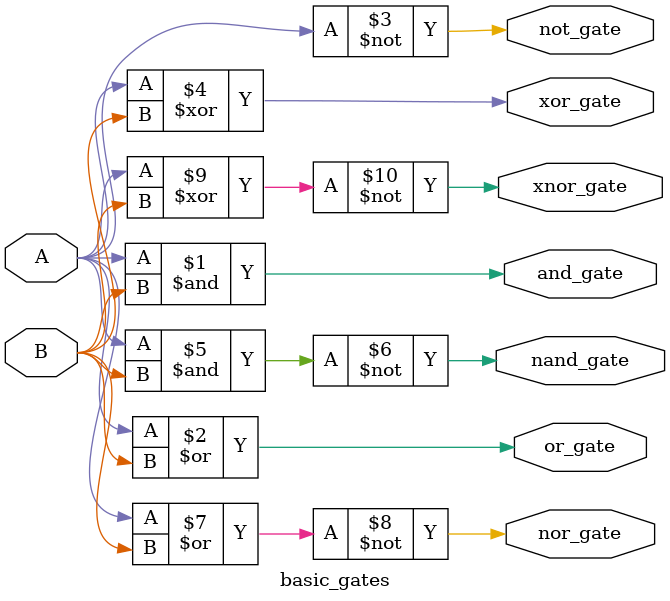
<source format=v>
`timescale 1ns / 1ps

module basic_gates(
    input A,
    input B,
    output and_gate,
    output or_gate,
    output not_gate,
    output xor_gate,
    output nand_gate,
    output nor_gate,
    output xnor_gate
);

assign and_gate = A&B;
assign or_gate = A|B;
assign not_gate = ~A;
assign xor_gate = A^B;
assign nand_gate = ~(A&B);
assign nor_gate = ~(A|B);
assign xnor_gate = ~(A^B);
    
  
endmodule

</source>
